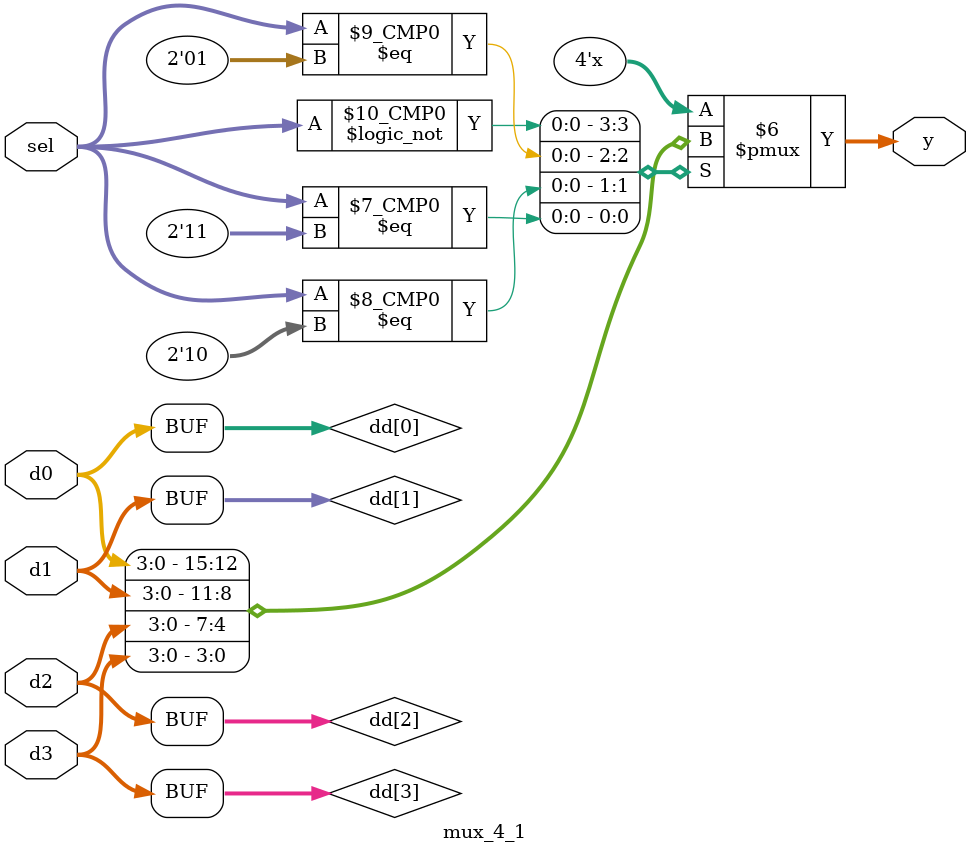
<source format=sv>

module mux_2_1
(
  input  [3:0] d0, d1,
  input        sel,
  output [3:0] y
);

  logic [3:0] d [0:1];

  assign d [0] = d0;
  assign d [1] = d1;

  assign y = d [sel];

endmodule

//----------------------------------------------------------------------------
// Task
//----------------------------------------------------------------------------

module mux_4_1
(
  input  [3:0] d0, d1, d2, d3,
  input  [1:0] sel,
  output [3:0] y
);

  logic [3:0] dd [0:3];

  assign dd [0] = d0;
  assign dd [1] = d1;
  assign dd [2] = d2;
  assign dd [3] = d3;

  assign y = dd [sel];

  // Task:
  // Using code for mux_2_1 as an example,
  // write code for 4:1 mux using array index


endmodule

</source>
